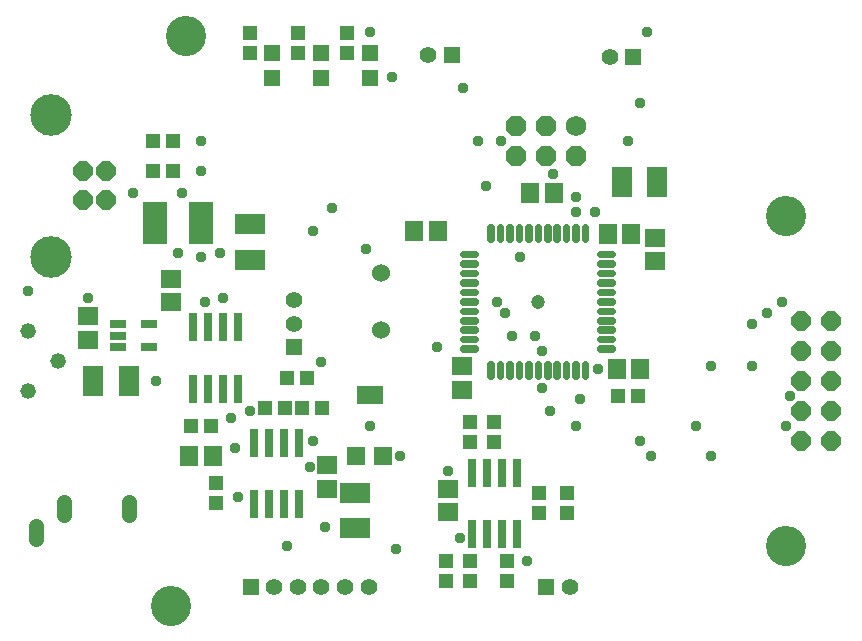
<source format=gbr>
G04 EAGLE Gerber X2 export*
G75*
%MOMM*%
%FSLAX34Y34*%
%LPD*%
%AMOC8*
5,1,8,0,0,1.08239X$1,22.5*%
G01*
%ADD10C,3.403200*%
%ADD11P,1.798066X8X292.500000*%
%ADD12C,3.519200*%
%ADD13C,1.311200*%
%ADD14C,1.320800*%
%ADD15R,0.803200X2.403200*%
%ADD16R,1.403200X0.753200*%
%ADD17R,1.803200X2.603200*%
%ADD18R,2.603200X1.803200*%
%ADD19R,1.303200X1.203200*%
%ADD20R,1.203200X1.303200*%
%ADD21R,1.503200X1.803200*%
%ADD22R,1.803200X1.503200*%
%ADD23R,2.103200X3.603200*%
%ADD24C,0.522559*%
%ADD25C,1.203200*%
%ADD26C,1.727200*%
%ADD27P,1.869504X8X202.500000*%
%ADD28R,1.403200X1.403200*%
%ADD29C,1.524000*%
%ADD30R,1.411200X1.411200*%
%ADD31C,1.411200*%
%ADD32R,1.503200X1.503200*%
%ADD33R,2.203200X1.503200*%
%ADD34P,1.759533X8X292.500000*%
%ADD35C,0.959600*%


D10*
X152400Y508000D03*
X139700Y25400D03*
X660400Y355600D03*
X660400Y76200D03*
D11*
X85200Y368500D03*
X85200Y393500D03*
X65200Y393500D03*
X65200Y368500D03*
D12*
X38100Y441200D03*
X38100Y320800D03*
D13*
X25400Y93060D02*
X25400Y81980D01*
X49400Y101980D02*
X49400Y113060D01*
X104400Y113060D02*
X104400Y101980D01*
D14*
X19050Y257810D03*
X44450Y232410D03*
X19050Y207010D03*
D15*
X171450Y208950D03*
X171450Y260950D03*
X158750Y208950D03*
X184150Y208950D03*
X196850Y208950D03*
X158750Y260950D03*
X184150Y260950D03*
X196850Y260950D03*
D16*
X94949Y263500D03*
X94949Y254000D03*
X94949Y244500D03*
X120951Y244500D03*
X120951Y263500D03*
D17*
X103900Y215900D03*
X73900Y215900D03*
X521575Y384175D03*
X551575Y384175D03*
D18*
X206375Y348375D03*
X206375Y318375D03*
D19*
X177800Y112150D03*
X177800Y129150D03*
D20*
X173600Y177800D03*
X156600Y177800D03*
D21*
X175100Y152400D03*
X155100Y152400D03*
D22*
X139700Y282100D03*
X139700Y302100D03*
X69850Y270350D03*
X69850Y250350D03*
X374650Y124300D03*
X374650Y104300D03*
X549275Y337025D03*
X549275Y317025D03*
D21*
X517050Y225425D03*
X537050Y225425D03*
D23*
X165550Y349250D03*
X126550Y349250D03*
D20*
X124850Y393700D03*
X141850Y393700D03*
X124850Y419100D03*
X141850Y419100D03*
D24*
X490197Y345978D02*
X490197Y335172D01*
X490197Y345978D02*
X491503Y345978D01*
X491503Y335172D01*
X490197Y335172D01*
X490197Y340397D02*
X491503Y340397D01*
X491503Y345622D02*
X490197Y345622D01*
X482197Y345978D02*
X482197Y335172D01*
X482197Y345978D02*
X483503Y345978D01*
X483503Y335172D01*
X482197Y335172D01*
X482197Y340397D02*
X483503Y340397D01*
X483503Y345622D02*
X482197Y345622D01*
X474197Y345978D02*
X474197Y335172D01*
X474197Y345978D02*
X475503Y345978D01*
X475503Y335172D01*
X474197Y335172D01*
X474197Y340397D02*
X475503Y340397D01*
X475503Y345622D02*
X474197Y345622D01*
X466197Y345978D02*
X466197Y335172D01*
X466197Y345978D02*
X467503Y345978D01*
X467503Y335172D01*
X466197Y335172D01*
X466197Y340397D02*
X467503Y340397D01*
X467503Y345622D02*
X466197Y345622D01*
X458197Y345978D02*
X458197Y335172D01*
X458197Y345978D02*
X459503Y345978D01*
X459503Y335172D01*
X458197Y335172D01*
X458197Y340397D02*
X459503Y340397D01*
X459503Y345622D02*
X458197Y345622D01*
X450197Y345978D02*
X450197Y335172D01*
X450197Y345978D02*
X451503Y345978D01*
X451503Y335172D01*
X450197Y335172D01*
X450197Y340397D02*
X451503Y340397D01*
X451503Y345622D02*
X450197Y345622D01*
X442197Y345978D02*
X442197Y335172D01*
X442197Y345978D02*
X443503Y345978D01*
X443503Y335172D01*
X442197Y335172D01*
X442197Y340397D02*
X443503Y340397D01*
X443503Y345622D02*
X442197Y345622D01*
X434197Y345978D02*
X434197Y335172D01*
X434197Y345978D02*
X435503Y345978D01*
X435503Y335172D01*
X434197Y335172D01*
X434197Y340397D02*
X435503Y340397D01*
X435503Y345622D02*
X434197Y345622D01*
X426197Y345978D02*
X426197Y335172D01*
X426197Y345978D02*
X427503Y345978D01*
X427503Y335172D01*
X426197Y335172D01*
X426197Y340397D02*
X427503Y340397D01*
X427503Y345622D02*
X426197Y345622D01*
X418197Y345978D02*
X418197Y335172D01*
X418197Y345978D02*
X419503Y345978D01*
X419503Y335172D01*
X418197Y335172D01*
X418197Y340397D02*
X419503Y340397D01*
X419503Y345622D02*
X418197Y345622D01*
X410197Y345978D02*
X410197Y335172D01*
X410197Y345978D02*
X411503Y345978D01*
X411503Y335172D01*
X410197Y335172D01*
X410197Y340397D02*
X411503Y340397D01*
X411503Y345622D02*
X410197Y345622D01*
X387447Y323228D02*
X387447Y321922D01*
X387447Y323228D02*
X398253Y323228D01*
X398253Y321922D01*
X387447Y321922D01*
X387447Y315228D02*
X387447Y313922D01*
X387447Y315228D02*
X398253Y315228D01*
X398253Y313922D01*
X387447Y313922D01*
X387447Y307228D02*
X387447Y305922D01*
X387447Y307228D02*
X398253Y307228D01*
X398253Y305922D01*
X387447Y305922D01*
X387447Y299228D02*
X387447Y297922D01*
X387447Y299228D02*
X398253Y299228D01*
X398253Y297922D01*
X387447Y297922D01*
X387447Y291228D02*
X387447Y289922D01*
X387447Y291228D02*
X398253Y291228D01*
X398253Y289922D01*
X387447Y289922D01*
X387447Y283228D02*
X387447Y281922D01*
X387447Y283228D02*
X398253Y283228D01*
X398253Y281922D01*
X387447Y281922D01*
X387447Y275228D02*
X387447Y273922D01*
X387447Y275228D02*
X398253Y275228D01*
X398253Y273922D01*
X387447Y273922D01*
X387447Y267228D02*
X387447Y265922D01*
X387447Y267228D02*
X398253Y267228D01*
X398253Y265922D01*
X387447Y265922D01*
X387447Y259228D02*
X387447Y257922D01*
X387447Y259228D02*
X398253Y259228D01*
X398253Y257922D01*
X387447Y257922D01*
X387447Y251228D02*
X387447Y249922D01*
X387447Y251228D02*
X398253Y251228D01*
X398253Y249922D01*
X387447Y249922D01*
X387447Y243228D02*
X387447Y241922D01*
X387447Y243228D02*
X398253Y243228D01*
X398253Y241922D01*
X387447Y241922D01*
X410197Y229978D02*
X410197Y219172D01*
X410197Y229978D02*
X411503Y229978D01*
X411503Y219172D01*
X410197Y219172D01*
X410197Y224397D02*
X411503Y224397D01*
X411503Y229622D02*
X410197Y229622D01*
X418197Y229978D02*
X418197Y219172D01*
X418197Y229978D02*
X419503Y229978D01*
X419503Y219172D01*
X418197Y219172D01*
X418197Y224397D02*
X419503Y224397D01*
X419503Y229622D02*
X418197Y229622D01*
X426197Y229978D02*
X426197Y219172D01*
X426197Y229978D02*
X427503Y229978D01*
X427503Y219172D01*
X426197Y219172D01*
X426197Y224397D02*
X427503Y224397D01*
X427503Y229622D02*
X426197Y229622D01*
X434197Y229978D02*
X434197Y219172D01*
X434197Y229978D02*
X435503Y229978D01*
X435503Y219172D01*
X434197Y219172D01*
X434197Y224397D02*
X435503Y224397D01*
X435503Y229622D02*
X434197Y229622D01*
X442197Y229978D02*
X442197Y219172D01*
X442197Y229978D02*
X443503Y229978D01*
X443503Y219172D01*
X442197Y219172D01*
X442197Y224397D02*
X443503Y224397D01*
X443503Y229622D02*
X442197Y229622D01*
X450197Y229978D02*
X450197Y219172D01*
X450197Y229978D02*
X451503Y229978D01*
X451503Y219172D01*
X450197Y219172D01*
X450197Y224397D02*
X451503Y224397D01*
X451503Y229622D02*
X450197Y229622D01*
X458197Y229978D02*
X458197Y219172D01*
X458197Y229978D02*
X459503Y229978D01*
X459503Y219172D01*
X458197Y219172D01*
X458197Y224397D02*
X459503Y224397D01*
X459503Y229622D02*
X458197Y229622D01*
X466197Y229978D02*
X466197Y219172D01*
X466197Y229978D02*
X467503Y229978D01*
X467503Y219172D01*
X466197Y219172D01*
X466197Y224397D02*
X467503Y224397D01*
X467503Y229622D02*
X466197Y229622D01*
X474197Y229978D02*
X474197Y219172D01*
X474197Y229978D02*
X475503Y229978D01*
X475503Y219172D01*
X474197Y219172D01*
X474197Y224397D02*
X475503Y224397D01*
X475503Y229622D02*
X474197Y229622D01*
X482197Y229978D02*
X482197Y219172D01*
X482197Y229978D02*
X483503Y229978D01*
X483503Y219172D01*
X482197Y219172D01*
X482197Y224397D02*
X483503Y224397D01*
X483503Y229622D02*
X482197Y229622D01*
X490197Y229978D02*
X490197Y219172D01*
X490197Y229978D02*
X491503Y229978D01*
X491503Y219172D01*
X490197Y219172D01*
X490197Y224397D02*
X491503Y224397D01*
X491503Y229622D02*
X490197Y229622D01*
X503447Y241922D02*
X503447Y243228D01*
X514253Y243228D01*
X514253Y241922D01*
X503447Y241922D01*
X503447Y249922D02*
X503447Y251228D01*
X514253Y251228D01*
X514253Y249922D01*
X503447Y249922D01*
X503447Y257922D02*
X503447Y259228D01*
X514253Y259228D01*
X514253Y257922D01*
X503447Y257922D01*
X503447Y265922D02*
X503447Y267228D01*
X514253Y267228D01*
X514253Y265922D01*
X503447Y265922D01*
X503447Y273922D02*
X503447Y275228D01*
X514253Y275228D01*
X514253Y273922D01*
X503447Y273922D01*
X503447Y281922D02*
X503447Y283228D01*
X514253Y283228D01*
X514253Y281922D01*
X503447Y281922D01*
X503447Y289922D02*
X503447Y291228D01*
X514253Y291228D01*
X514253Y289922D01*
X503447Y289922D01*
X503447Y297922D02*
X503447Y299228D01*
X514253Y299228D01*
X514253Y297922D01*
X503447Y297922D01*
X503447Y305922D02*
X503447Y307228D01*
X514253Y307228D01*
X514253Y305922D01*
X503447Y305922D01*
X503447Y313922D02*
X503447Y315228D01*
X514253Y315228D01*
X514253Y313922D01*
X503447Y313922D01*
X503447Y321922D02*
X503447Y323228D01*
X514253Y323228D01*
X514253Y321922D01*
X503447Y321922D01*
D25*
X450850Y282575D03*
D21*
X444025Y374650D03*
X464025Y374650D03*
D20*
X518550Y203200D03*
X535550Y203200D03*
D26*
X482600Y431800D03*
D27*
X457200Y431800D03*
X431800Y431800D03*
X482600Y406400D03*
X457200Y406400D03*
X431800Y406400D03*
D28*
X225425Y472100D03*
X225425Y493100D03*
X266700Y472100D03*
X266700Y493100D03*
X307975Y472100D03*
X307975Y493100D03*
D19*
X206375Y493150D03*
X206375Y510150D03*
X247650Y493150D03*
X247650Y510150D03*
X288925Y493150D03*
X288925Y510150D03*
D29*
X317500Y258445D03*
X317500Y306705D03*
D15*
X407225Y86100D03*
X407225Y138100D03*
X394525Y86100D03*
X419925Y86100D03*
X432625Y86100D03*
X394525Y138100D03*
X419925Y138100D03*
X432625Y138100D03*
D19*
X372450Y63300D03*
X372450Y46300D03*
X392725Y46300D03*
X392725Y63300D03*
X424475Y46300D03*
X424475Y63300D03*
X475275Y103450D03*
X475275Y120450D03*
X451825Y120450D03*
X451825Y103450D03*
X392725Y163775D03*
X392725Y180775D03*
X413725Y180775D03*
X413725Y163775D03*
D30*
X457550Y41275D03*
D31*
X477550Y41275D03*
D15*
X223075Y111500D03*
X223075Y163500D03*
X210375Y111500D03*
X235775Y111500D03*
X248475Y111500D03*
X210375Y163500D03*
X235775Y163500D03*
X248475Y163500D03*
D20*
X255325Y218100D03*
X238325Y218100D03*
X236275Y192700D03*
X219275Y192700D03*
X268025Y192700D03*
X251025Y192700D03*
D32*
X296475Y151800D03*
D33*
X307975Y203800D03*
D32*
X319475Y151800D03*
D30*
X243600Y244225D03*
D31*
X243600Y264225D03*
X243600Y284225D03*
D30*
X531250Y489600D03*
D31*
X511250Y489600D03*
D18*
X296050Y90750D03*
X296050Y120750D03*
D30*
X377625Y491575D03*
D31*
X357625Y491575D03*
D34*
X673100Y266700D03*
X698500Y266700D03*
X673100Y241300D03*
X698500Y241300D03*
X673100Y215900D03*
X698500Y215900D03*
X673100Y190500D03*
X698500Y190500D03*
X673100Y165100D03*
X698500Y165100D03*
D22*
X272100Y144450D03*
X272100Y124450D03*
X385950Y207975D03*
X385950Y227975D03*
D21*
X509600Y340300D03*
X529600Y340300D03*
D30*
X207175Y41275D03*
D31*
X227175Y41275D03*
X247175Y41275D03*
X267175Y41275D03*
X287175Y41275D03*
X307175Y41275D03*
D21*
X365600Y342900D03*
X345600Y342900D03*
D35*
X19050Y292100D03*
X180975Y323850D03*
X146050Y323850D03*
X327025Y473075D03*
X536575Y450850D03*
X536575Y165100D03*
X304800Y327025D03*
X69850Y285750D03*
X165100Y320675D03*
X193675Y158750D03*
X257175Y142875D03*
X307975Y511175D03*
X527050Y419100D03*
X501650Y225425D03*
X596900Y228600D03*
X542925Y511175D03*
X374650Y139700D03*
X596900Y152400D03*
X127000Y215900D03*
X190500Y184150D03*
X463550Y390525D03*
X149225Y374650D03*
X107950Y374650D03*
X482600Y371475D03*
X165100Y419100D03*
X482600Y358775D03*
X165100Y393700D03*
X184150Y285750D03*
X406400Y381000D03*
X419100Y419100D03*
X276225Y361950D03*
X434975Y320675D03*
X260350Y342900D03*
X365125Y244475D03*
X384175Y82550D03*
X441325Y63500D03*
X330200Y73025D03*
X307975Y177800D03*
X206375Y190500D03*
X238125Y76200D03*
X333375Y152400D03*
X546100Y152400D03*
X196850Y117475D03*
X260350Y165100D03*
X485775Y200025D03*
X400050Y419100D03*
X269875Y92075D03*
X482600Y177800D03*
X584200Y177800D03*
X387350Y463550D03*
X460375Y190500D03*
X454025Y209550D03*
X454025Y241300D03*
X168275Y282575D03*
X422275Y273050D03*
X644525Y273050D03*
X660400Y177800D03*
X266700Y231775D03*
X415925Y282575D03*
X657225Y282575D03*
X663575Y203200D03*
X428625Y254000D03*
X631825Y263525D03*
X631825Y228600D03*
X447675Y254000D03*
X498475Y358775D03*
M02*

</source>
